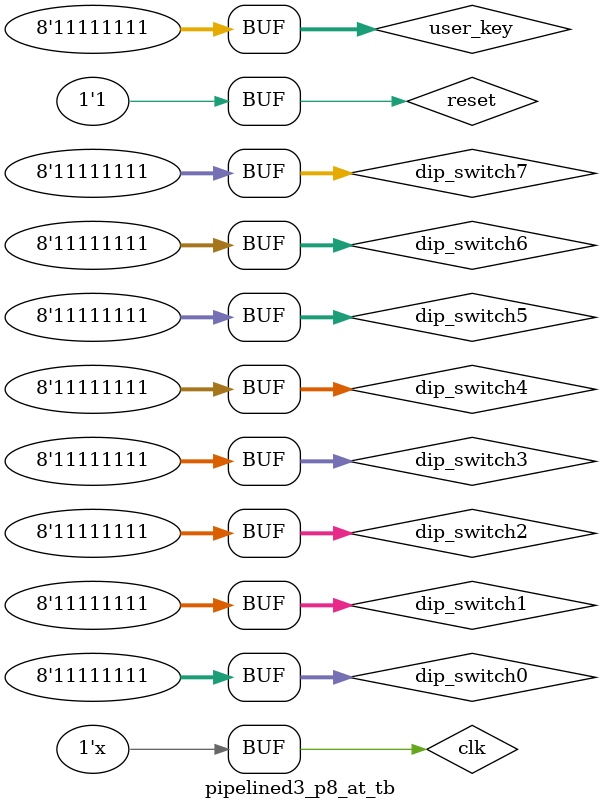
<source format=v>
`timescale 1ns / 1ps


module pipelined3_p8_at_tb;

	// Inputs
	reg clk;
	reg reset;
	reg [7:0] dip_switch0, dip_switch1, dip_switch2, dip_switch3, dip_switch4, dip_switch5, dip_switch6, dip_switch7;
	reg [7:0] user_key;

	wire [7:0] digital_tube2, digital_tube1, digital_tube0;
	wire [3:0] digital_tube_sel1, digital_tube_sel0;
	wire digital_tube_sel2;
	wire [31:0] led_light;

	// Instantiate the Unit Under Test (UUT)
	mips uut (
		.clk_in(clk), 
		.sys_rstn(reset),
		.dip_switch0(dip_switch0),
		.dip_switch1(dip_switch1),
		.dip_switch2(dip_switch2),
		.dip_switch3(dip_switch3),
		.dip_switch4(dip_switch4),
		.dip_switch5(dip_switch5),
		.dip_switch6(dip_switch6),
		.dip_switch7(dip_switch7),
		.user_key(user_key),
		.led_light(led_light),
		.digital_tube2(digital_tube2),
		.digital_tube_sel2(digital_tube_sel2),
		.digital_tube1(digital_tube1),
		.digital_tube_sel1(digital_tube_sel1),
		.digital_tube0(digital_tube0),
		.digital_tube_sel0(digital_tube_sel0)
	);

	initial begin
		clk = 0;
		reset = 0;
		{dip_switch7,dip_switch6,dip_switch5,dip_switch4,dip_switch3,dip_switch2,dip_switch1,dip_switch0} = ~0;
		user_key = ~0;
		#600
		reset = 1;

		#1000
		user_key = 8'b11111110;
		#10
		user_key = 8'b11111111;
		#2000
		user_key = 8'b11111110;
		#10
		user_key = 8'b11111111;
		#2000
		user_key = 8'b11111110;
		#10
		user_key = 8'b11111111;
		#2000
		user_key = 8'b11111110;
		#10
		user_key = 8'b11111111;
		#2000
		user_key = 8'b11111110;
		#10
		user_key = 8'b11111111;
		#2000
		user_key = 8'b11111110;
		#10
		user_key = 8'b11111111;
		#2000
		user_key = 8'b11111110;
		#10
		user_key = 8'b11111111;
		#2000
		user_key = 8'b11111110;
		#10
		user_key = 8'b11111111;
		#2000
		user_key = 8'b11111110;
		#10
		user_key = 8'b11111111;
		
	end
	always #1 clk = ~clk;
      
endmodule


</source>
